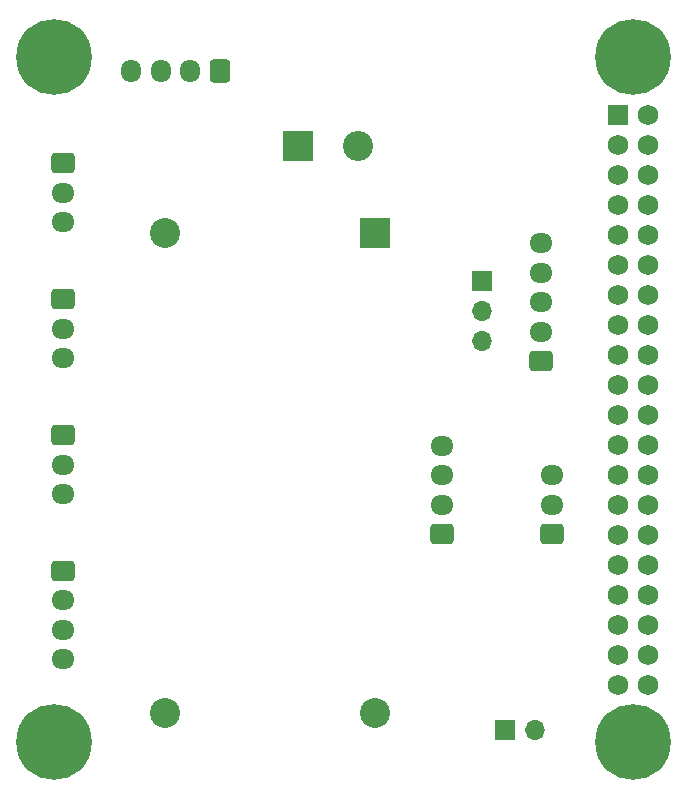
<source format=gbr>
%TF.GenerationSoftware,KiCad,Pcbnew,7.0.2*%
%TF.CreationDate,2024-02-29T19:29:45+01:00*%
%TF.ProjectId,CDFR,43444652-2e6b-4696-9361-645f70636258,rev?*%
%TF.SameCoordinates,Original*%
%TF.FileFunction,Soldermask,Bot*%
%TF.FilePolarity,Negative*%
%FSLAX46Y46*%
G04 Gerber Fmt 4.6, Leading zero omitted, Abs format (unit mm)*
G04 Created by KiCad (PCBNEW 7.0.2) date 2024-02-29 19:29:45*
%MOMM*%
%LPD*%
G01*
G04 APERTURE LIST*
G04 Aperture macros list*
%AMRoundRect*
0 Rectangle with rounded corners*
0 $1 Rounding radius*
0 $2 $3 $4 $5 $6 $7 $8 $9 X,Y pos of 4 corners*
0 Add a 4 corners polygon primitive as box body*
4,1,4,$2,$3,$4,$5,$6,$7,$8,$9,$2,$3,0*
0 Add four circle primitives for the rounded corners*
1,1,$1+$1,$2,$3*
1,1,$1+$1,$4,$5*
1,1,$1+$1,$6,$7*
1,1,$1+$1,$8,$9*
0 Add four rect primitives between the rounded corners*
20,1,$1+$1,$2,$3,$4,$5,0*
20,1,$1+$1,$4,$5,$6,$7,0*
20,1,$1+$1,$6,$7,$8,$9,0*
20,1,$1+$1,$8,$9,$2,$3,0*%
G04 Aperture macros list end*
%ADD10RoundRect,0.250000X-0.725000X0.600000X-0.725000X-0.600000X0.725000X-0.600000X0.725000X0.600000X0*%
%ADD11O,1.950000X1.700000*%
%ADD12RoundRect,0.250000X0.725000X-0.600000X0.725000X0.600000X-0.725000X0.600000X-0.725000X-0.600000X0*%
%ADD13RoundRect,0.250000X0.600000X0.725000X-0.600000X0.725000X-0.600000X-0.725000X0.600000X-0.725000X0*%
%ADD14O,1.700000X1.950000*%
%ADD15R,1.700000X1.700000*%
%ADD16O,1.700000X1.700000*%
%ADD17RoundRect,0.102000X-0.762000X0.762000X-0.762000X-0.762000X0.762000X-0.762000X0.762000X0.762000X0*%
%ADD18C,1.728000*%
%ADD19C,6.404000*%
%ADD20R,2.540000X2.540000*%
%ADD21C,2.540000*%
%ADD22R,2.550000X2.550000*%
%ADD23C,2.550000*%
G04 APERTURE END LIST*
D10*
%TO.C,J10*%
X110500000Y-75500000D03*
D11*
X110500000Y-78000000D03*
X110500000Y-80500000D03*
X110500000Y-83000000D03*
%TD*%
D12*
%TO.C,J9*%
X142600000Y-72400000D03*
D11*
X142600000Y-69900000D03*
X142600000Y-67400000D03*
X142600000Y-64900000D03*
%TD*%
D13*
%TO.C,J5*%
X123800000Y-33200000D03*
D14*
X121300000Y-33200000D03*
X118800000Y-33200000D03*
X116300000Y-33200000D03*
%TD*%
D10*
%TO.C,J2*%
X110550000Y-52500000D03*
D11*
X110550000Y-55000000D03*
X110550000Y-57500000D03*
%TD*%
D12*
%TO.C,J8*%
X150975000Y-57750000D03*
D11*
X150975000Y-55250000D03*
X150975000Y-52750000D03*
X150975000Y-50250000D03*
X150975000Y-47750000D03*
%TD*%
D15*
%TO.C,JP1*%
X146000000Y-50960000D03*
D16*
X146000000Y-53500000D03*
X146000000Y-56040000D03*
%TD*%
D12*
%TO.C,J4*%
X151900000Y-72400000D03*
D11*
X151900000Y-69900000D03*
X151900000Y-67400000D03*
%TD*%
D10*
%TO.C,J1*%
X110550000Y-41000000D03*
D11*
X110550000Y-43500000D03*
X110550000Y-46000000D03*
%TD*%
D17*
%TO.C,U1*%
X157500000Y-36870000D03*
D18*
X160040000Y-36870000D03*
X157500000Y-39410000D03*
X160040000Y-39410000D03*
X157500000Y-41950000D03*
X160040000Y-41950000D03*
X157500000Y-44490000D03*
X160040000Y-44490000D03*
X157500000Y-47030000D03*
X160040000Y-47030000D03*
X157500000Y-49570000D03*
X160040000Y-49570000D03*
X157500000Y-52110000D03*
X160040000Y-52110000D03*
X157500000Y-54650000D03*
X160040000Y-54650000D03*
X157500000Y-57190000D03*
X160040000Y-57190000D03*
X157500000Y-59730000D03*
X160040000Y-59730000D03*
X157500000Y-62270000D03*
X160040000Y-62270000D03*
X157500000Y-64810000D03*
X160040000Y-64810000D03*
X157500000Y-67350000D03*
X160040000Y-67350000D03*
X157500000Y-69890000D03*
X160040000Y-69890000D03*
X157500000Y-72430000D03*
X160040000Y-72430000D03*
X157500000Y-74970000D03*
X160040000Y-74970000D03*
X157500000Y-77510000D03*
X160040000Y-77510000D03*
X157500000Y-80050000D03*
X160040000Y-80050000D03*
X157500000Y-82590000D03*
X160040000Y-82590000D03*
X157500000Y-85130000D03*
X160040000Y-85130000D03*
D19*
X158770000Y-32000000D03*
X158770000Y-90000000D03*
X109770000Y-90000000D03*
X109770000Y-32000000D03*
%TD*%
D10*
%TO.C,J3*%
X110525000Y-64000000D03*
D11*
X110525000Y-66500000D03*
X110525000Y-69000000D03*
%TD*%
D20*
%TO.C,U3*%
X136890000Y-46930000D03*
D21*
X119110000Y-46930000D03*
X119110000Y-87570000D03*
X136890000Y-87570000D03*
%TD*%
D15*
%TO.C,J6*%
X147960000Y-89000000D03*
D16*
X150500000Y-89000000D03*
%TD*%
D22*
%TO.C,J7*%
X130420000Y-39500000D03*
D23*
X135500000Y-39500000D03*
%TD*%
M02*

</source>
